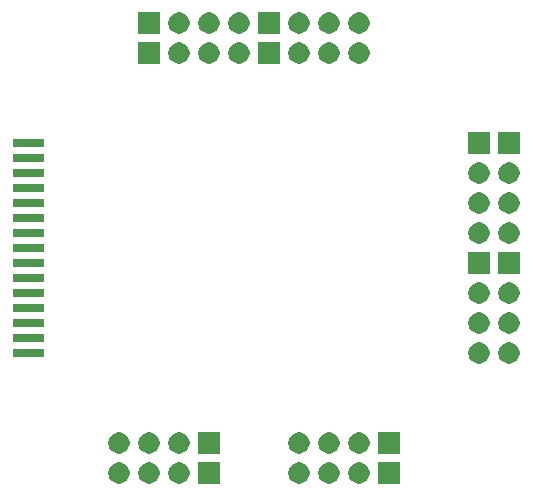
<source format=gbr>
G04 #@! TF.GenerationSoftware,KiCad,Pcbnew,(5.1.5)-3*
G04 #@! TF.CreationDate,2020-01-25T20:30:53+03:00*
G04 #@! TF.ProjectId,Casio PB-1000 Debug Unit,43617369-6f20-4504-922d-313030302044,rev?*
G04 #@! TF.SameCoordinates,Original*
G04 #@! TF.FileFunction,Soldermask,Bot*
G04 #@! TF.FilePolarity,Negative*
%FSLAX46Y46*%
G04 Gerber Fmt 4.6, Leading zero omitted, Abs format (unit mm)*
G04 Created by KiCad (PCBNEW (5.1.5)-3) date 2020-01-25 20:30:53*
%MOMM*%
%LPD*%
G04 APERTURE LIST*
%ADD10C,0.100000*%
G04 APERTURE END LIST*
D10*
G36*
X160921000Y-140601000D02*
G01*
X159119000Y-140601000D01*
X159119000Y-138799000D01*
X160921000Y-138799000D01*
X160921000Y-140601000D01*
G37*
G36*
X157593512Y-138803927D02*
G01*
X157742812Y-138833624D01*
X157906784Y-138901544D01*
X158054354Y-139000147D01*
X158179853Y-139125646D01*
X158278456Y-139273216D01*
X158346376Y-139437188D01*
X158381000Y-139611259D01*
X158381000Y-139788741D01*
X158346376Y-139962812D01*
X158278456Y-140126784D01*
X158179853Y-140274354D01*
X158054354Y-140399853D01*
X157906784Y-140498456D01*
X157742812Y-140566376D01*
X157593512Y-140596073D01*
X157568742Y-140601000D01*
X157391258Y-140601000D01*
X157366488Y-140596073D01*
X157217188Y-140566376D01*
X157053216Y-140498456D01*
X156905646Y-140399853D01*
X156780147Y-140274354D01*
X156681544Y-140126784D01*
X156613624Y-139962812D01*
X156579000Y-139788741D01*
X156579000Y-139611259D01*
X156613624Y-139437188D01*
X156681544Y-139273216D01*
X156780147Y-139125646D01*
X156905646Y-139000147D01*
X157053216Y-138901544D01*
X157217188Y-138833624D01*
X157366488Y-138803927D01*
X157391258Y-138799000D01*
X157568742Y-138799000D01*
X157593512Y-138803927D01*
G37*
G36*
X145681000Y-140601000D02*
G01*
X143879000Y-140601000D01*
X143879000Y-138799000D01*
X145681000Y-138799000D01*
X145681000Y-140601000D01*
G37*
G36*
X142353512Y-138803927D02*
G01*
X142502812Y-138833624D01*
X142666784Y-138901544D01*
X142814354Y-139000147D01*
X142939853Y-139125646D01*
X143038456Y-139273216D01*
X143106376Y-139437188D01*
X143141000Y-139611259D01*
X143141000Y-139788741D01*
X143106376Y-139962812D01*
X143038456Y-140126784D01*
X142939853Y-140274354D01*
X142814354Y-140399853D01*
X142666784Y-140498456D01*
X142502812Y-140566376D01*
X142353512Y-140596073D01*
X142328742Y-140601000D01*
X142151258Y-140601000D01*
X142126488Y-140596073D01*
X141977188Y-140566376D01*
X141813216Y-140498456D01*
X141665646Y-140399853D01*
X141540147Y-140274354D01*
X141441544Y-140126784D01*
X141373624Y-139962812D01*
X141339000Y-139788741D01*
X141339000Y-139611259D01*
X141373624Y-139437188D01*
X141441544Y-139273216D01*
X141540147Y-139125646D01*
X141665646Y-139000147D01*
X141813216Y-138901544D01*
X141977188Y-138833624D01*
X142126488Y-138803927D01*
X142151258Y-138799000D01*
X142328742Y-138799000D01*
X142353512Y-138803927D01*
G37*
G36*
X139813512Y-138803927D02*
G01*
X139962812Y-138833624D01*
X140126784Y-138901544D01*
X140274354Y-139000147D01*
X140399853Y-139125646D01*
X140498456Y-139273216D01*
X140566376Y-139437188D01*
X140601000Y-139611259D01*
X140601000Y-139788741D01*
X140566376Y-139962812D01*
X140498456Y-140126784D01*
X140399853Y-140274354D01*
X140274354Y-140399853D01*
X140126784Y-140498456D01*
X139962812Y-140566376D01*
X139813512Y-140596073D01*
X139788742Y-140601000D01*
X139611258Y-140601000D01*
X139586488Y-140596073D01*
X139437188Y-140566376D01*
X139273216Y-140498456D01*
X139125646Y-140399853D01*
X139000147Y-140274354D01*
X138901544Y-140126784D01*
X138833624Y-139962812D01*
X138799000Y-139788741D01*
X138799000Y-139611259D01*
X138833624Y-139437188D01*
X138901544Y-139273216D01*
X139000147Y-139125646D01*
X139125646Y-139000147D01*
X139273216Y-138901544D01*
X139437188Y-138833624D01*
X139586488Y-138803927D01*
X139611258Y-138799000D01*
X139788742Y-138799000D01*
X139813512Y-138803927D01*
G37*
G36*
X155053512Y-138803927D02*
G01*
X155202812Y-138833624D01*
X155366784Y-138901544D01*
X155514354Y-139000147D01*
X155639853Y-139125646D01*
X155738456Y-139273216D01*
X155806376Y-139437188D01*
X155841000Y-139611259D01*
X155841000Y-139788741D01*
X155806376Y-139962812D01*
X155738456Y-140126784D01*
X155639853Y-140274354D01*
X155514354Y-140399853D01*
X155366784Y-140498456D01*
X155202812Y-140566376D01*
X155053512Y-140596073D01*
X155028742Y-140601000D01*
X154851258Y-140601000D01*
X154826488Y-140596073D01*
X154677188Y-140566376D01*
X154513216Y-140498456D01*
X154365646Y-140399853D01*
X154240147Y-140274354D01*
X154141544Y-140126784D01*
X154073624Y-139962812D01*
X154039000Y-139788741D01*
X154039000Y-139611259D01*
X154073624Y-139437188D01*
X154141544Y-139273216D01*
X154240147Y-139125646D01*
X154365646Y-139000147D01*
X154513216Y-138901544D01*
X154677188Y-138833624D01*
X154826488Y-138803927D01*
X154851258Y-138799000D01*
X155028742Y-138799000D01*
X155053512Y-138803927D01*
G37*
G36*
X152513512Y-138803927D02*
G01*
X152662812Y-138833624D01*
X152826784Y-138901544D01*
X152974354Y-139000147D01*
X153099853Y-139125646D01*
X153198456Y-139273216D01*
X153266376Y-139437188D01*
X153301000Y-139611259D01*
X153301000Y-139788741D01*
X153266376Y-139962812D01*
X153198456Y-140126784D01*
X153099853Y-140274354D01*
X152974354Y-140399853D01*
X152826784Y-140498456D01*
X152662812Y-140566376D01*
X152513512Y-140596073D01*
X152488742Y-140601000D01*
X152311258Y-140601000D01*
X152286488Y-140596073D01*
X152137188Y-140566376D01*
X151973216Y-140498456D01*
X151825646Y-140399853D01*
X151700147Y-140274354D01*
X151601544Y-140126784D01*
X151533624Y-139962812D01*
X151499000Y-139788741D01*
X151499000Y-139611259D01*
X151533624Y-139437188D01*
X151601544Y-139273216D01*
X151700147Y-139125646D01*
X151825646Y-139000147D01*
X151973216Y-138901544D01*
X152137188Y-138833624D01*
X152286488Y-138803927D01*
X152311258Y-138799000D01*
X152488742Y-138799000D01*
X152513512Y-138803927D01*
G37*
G36*
X137273512Y-138803927D02*
G01*
X137422812Y-138833624D01*
X137586784Y-138901544D01*
X137734354Y-139000147D01*
X137859853Y-139125646D01*
X137958456Y-139273216D01*
X138026376Y-139437188D01*
X138061000Y-139611259D01*
X138061000Y-139788741D01*
X138026376Y-139962812D01*
X137958456Y-140126784D01*
X137859853Y-140274354D01*
X137734354Y-140399853D01*
X137586784Y-140498456D01*
X137422812Y-140566376D01*
X137273512Y-140596073D01*
X137248742Y-140601000D01*
X137071258Y-140601000D01*
X137046488Y-140596073D01*
X136897188Y-140566376D01*
X136733216Y-140498456D01*
X136585646Y-140399853D01*
X136460147Y-140274354D01*
X136361544Y-140126784D01*
X136293624Y-139962812D01*
X136259000Y-139788741D01*
X136259000Y-139611259D01*
X136293624Y-139437188D01*
X136361544Y-139273216D01*
X136460147Y-139125646D01*
X136585646Y-139000147D01*
X136733216Y-138901544D01*
X136897188Y-138833624D01*
X137046488Y-138803927D01*
X137071258Y-138799000D01*
X137248742Y-138799000D01*
X137273512Y-138803927D01*
G37*
G36*
X152513512Y-136263927D02*
G01*
X152662812Y-136293624D01*
X152826784Y-136361544D01*
X152974354Y-136460147D01*
X153099853Y-136585646D01*
X153198456Y-136733216D01*
X153266376Y-136897188D01*
X153301000Y-137071259D01*
X153301000Y-137248741D01*
X153266376Y-137422812D01*
X153198456Y-137586784D01*
X153099853Y-137734354D01*
X152974354Y-137859853D01*
X152826784Y-137958456D01*
X152662812Y-138026376D01*
X152513512Y-138056073D01*
X152488742Y-138061000D01*
X152311258Y-138061000D01*
X152286488Y-138056073D01*
X152137188Y-138026376D01*
X151973216Y-137958456D01*
X151825646Y-137859853D01*
X151700147Y-137734354D01*
X151601544Y-137586784D01*
X151533624Y-137422812D01*
X151499000Y-137248741D01*
X151499000Y-137071259D01*
X151533624Y-136897188D01*
X151601544Y-136733216D01*
X151700147Y-136585646D01*
X151825646Y-136460147D01*
X151973216Y-136361544D01*
X152137188Y-136293624D01*
X152286488Y-136263927D01*
X152311258Y-136259000D01*
X152488742Y-136259000D01*
X152513512Y-136263927D01*
G37*
G36*
X160921000Y-138061000D02*
G01*
X159119000Y-138061000D01*
X159119000Y-136259000D01*
X160921000Y-136259000D01*
X160921000Y-138061000D01*
G37*
G36*
X157593512Y-136263927D02*
G01*
X157742812Y-136293624D01*
X157906784Y-136361544D01*
X158054354Y-136460147D01*
X158179853Y-136585646D01*
X158278456Y-136733216D01*
X158346376Y-136897188D01*
X158381000Y-137071259D01*
X158381000Y-137248741D01*
X158346376Y-137422812D01*
X158278456Y-137586784D01*
X158179853Y-137734354D01*
X158054354Y-137859853D01*
X157906784Y-137958456D01*
X157742812Y-138026376D01*
X157593512Y-138056073D01*
X157568742Y-138061000D01*
X157391258Y-138061000D01*
X157366488Y-138056073D01*
X157217188Y-138026376D01*
X157053216Y-137958456D01*
X156905646Y-137859853D01*
X156780147Y-137734354D01*
X156681544Y-137586784D01*
X156613624Y-137422812D01*
X156579000Y-137248741D01*
X156579000Y-137071259D01*
X156613624Y-136897188D01*
X156681544Y-136733216D01*
X156780147Y-136585646D01*
X156905646Y-136460147D01*
X157053216Y-136361544D01*
X157217188Y-136293624D01*
X157366488Y-136263927D01*
X157391258Y-136259000D01*
X157568742Y-136259000D01*
X157593512Y-136263927D01*
G37*
G36*
X137273512Y-136263927D02*
G01*
X137422812Y-136293624D01*
X137586784Y-136361544D01*
X137734354Y-136460147D01*
X137859853Y-136585646D01*
X137958456Y-136733216D01*
X138026376Y-136897188D01*
X138061000Y-137071259D01*
X138061000Y-137248741D01*
X138026376Y-137422812D01*
X137958456Y-137586784D01*
X137859853Y-137734354D01*
X137734354Y-137859853D01*
X137586784Y-137958456D01*
X137422812Y-138026376D01*
X137273512Y-138056073D01*
X137248742Y-138061000D01*
X137071258Y-138061000D01*
X137046488Y-138056073D01*
X136897188Y-138026376D01*
X136733216Y-137958456D01*
X136585646Y-137859853D01*
X136460147Y-137734354D01*
X136361544Y-137586784D01*
X136293624Y-137422812D01*
X136259000Y-137248741D01*
X136259000Y-137071259D01*
X136293624Y-136897188D01*
X136361544Y-136733216D01*
X136460147Y-136585646D01*
X136585646Y-136460147D01*
X136733216Y-136361544D01*
X136897188Y-136293624D01*
X137046488Y-136263927D01*
X137071258Y-136259000D01*
X137248742Y-136259000D01*
X137273512Y-136263927D01*
G37*
G36*
X139813512Y-136263927D02*
G01*
X139962812Y-136293624D01*
X140126784Y-136361544D01*
X140274354Y-136460147D01*
X140399853Y-136585646D01*
X140498456Y-136733216D01*
X140566376Y-136897188D01*
X140601000Y-137071259D01*
X140601000Y-137248741D01*
X140566376Y-137422812D01*
X140498456Y-137586784D01*
X140399853Y-137734354D01*
X140274354Y-137859853D01*
X140126784Y-137958456D01*
X139962812Y-138026376D01*
X139813512Y-138056073D01*
X139788742Y-138061000D01*
X139611258Y-138061000D01*
X139586488Y-138056073D01*
X139437188Y-138026376D01*
X139273216Y-137958456D01*
X139125646Y-137859853D01*
X139000147Y-137734354D01*
X138901544Y-137586784D01*
X138833624Y-137422812D01*
X138799000Y-137248741D01*
X138799000Y-137071259D01*
X138833624Y-136897188D01*
X138901544Y-136733216D01*
X139000147Y-136585646D01*
X139125646Y-136460147D01*
X139273216Y-136361544D01*
X139437188Y-136293624D01*
X139586488Y-136263927D01*
X139611258Y-136259000D01*
X139788742Y-136259000D01*
X139813512Y-136263927D01*
G37*
G36*
X142353512Y-136263927D02*
G01*
X142502812Y-136293624D01*
X142666784Y-136361544D01*
X142814354Y-136460147D01*
X142939853Y-136585646D01*
X143038456Y-136733216D01*
X143106376Y-136897188D01*
X143141000Y-137071259D01*
X143141000Y-137248741D01*
X143106376Y-137422812D01*
X143038456Y-137586784D01*
X142939853Y-137734354D01*
X142814354Y-137859853D01*
X142666784Y-137958456D01*
X142502812Y-138026376D01*
X142353512Y-138056073D01*
X142328742Y-138061000D01*
X142151258Y-138061000D01*
X142126488Y-138056073D01*
X141977188Y-138026376D01*
X141813216Y-137958456D01*
X141665646Y-137859853D01*
X141540147Y-137734354D01*
X141441544Y-137586784D01*
X141373624Y-137422812D01*
X141339000Y-137248741D01*
X141339000Y-137071259D01*
X141373624Y-136897188D01*
X141441544Y-136733216D01*
X141540147Y-136585646D01*
X141665646Y-136460147D01*
X141813216Y-136361544D01*
X141977188Y-136293624D01*
X142126488Y-136263927D01*
X142151258Y-136259000D01*
X142328742Y-136259000D01*
X142353512Y-136263927D01*
G37*
G36*
X145681000Y-138061000D02*
G01*
X143879000Y-138061000D01*
X143879000Y-136259000D01*
X145681000Y-136259000D01*
X145681000Y-138061000D01*
G37*
G36*
X155053512Y-136263927D02*
G01*
X155202812Y-136293624D01*
X155366784Y-136361544D01*
X155514354Y-136460147D01*
X155639853Y-136585646D01*
X155738456Y-136733216D01*
X155806376Y-136897188D01*
X155841000Y-137071259D01*
X155841000Y-137248741D01*
X155806376Y-137422812D01*
X155738456Y-137586784D01*
X155639853Y-137734354D01*
X155514354Y-137859853D01*
X155366784Y-137958456D01*
X155202812Y-138026376D01*
X155053512Y-138056073D01*
X155028742Y-138061000D01*
X154851258Y-138061000D01*
X154826488Y-138056073D01*
X154677188Y-138026376D01*
X154513216Y-137958456D01*
X154365646Y-137859853D01*
X154240147Y-137734354D01*
X154141544Y-137586784D01*
X154073624Y-137422812D01*
X154039000Y-137248741D01*
X154039000Y-137071259D01*
X154073624Y-136897188D01*
X154141544Y-136733216D01*
X154240147Y-136585646D01*
X154365646Y-136460147D01*
X154513216Y-136361544D01*
X154677188Y-136293624D01*
X154826488Y-136263927D01*
X154851258Y-136259000D01*
X155028742Y-136259000D01*
X155053512Y-136263927D01*
G37*
G36*
X170293512Y-128643927D02*
G01*
X170442812Y-128673624D01*
X170606784Y-128741544D01*
X170754354Y-128840147D01*
X170879853Y-128965646D01*
X170978456Y-129113216D01*
X171046376Y-129277188D01*
X171081000Y-129451259D01*
X171081000Y-129628741D01*
X171046376Y-129802812D01*
X170978456Y-129966784D01*
X170879853Y-130114354D01*
X170754354Y-130239853D01*
X170606784Y-130338456D01*
X170442812Y-130406376D01*
X170293512Y-130436073D01*
X170268742Y-130441000D01*
X170091258Y-130441000D01*
X170066488Y-130436073D01*
X169917188Y-130406376D01*
X169753216Y-130338456D01*
X169605646Y-130239853D01*
X169480147Y-130114354D01*
X169381544Y-129966784D01*
X169313624Y-129802812D01*
X169279000Y-129628741D01*
X169279000Y-129451259D01*
X169313624Y-129277188D01*
X169381544Y-129113216D01*
X169480147Y-128965646D01*
X169605646Y-128840147D01*
X169753216Y-128741544D01*
X169917188Y-128673624D01*
X170066488Y-128643927D01*
X170091258Y-128639000D01*
X170268742Y-128639000D01*
X170293512Y-128643927D01*
G37*
G36*
X167753512Y-128643927D02*
G01*
X167902812Y-128673624D01*
X168066784Y-128741544D01*
X168214354Y-128840147D01*
X168339853Y-128965646D01*
X168438456Y-129113216D01*
X168506376Y-129277188D01*
X168541000Y-129451259D01*
X168541000Y-129628741D01*
X168506376Y-129802812D01*
X168438456Y-129966784D01*
X168339853Y-130114354D01*
X168214354Y-130239853D01*
X168066784Y-130338456D01*
X167902812Y-130406376D01*
X167753512Y-130436073D01*
X167728742Y-130441000D01*
X167551258Y-130441000D01*
X167526488Y-130436073D01*
X167377188Y-130406376D01*
X167213216Y-130338456D01*
X167065646Y-130239853D01*
X166940147Y-130114354D01*
X166841544Y-129966784D01*
X166773624Y-129802812D01*
X166739000Y-129628741D01*
X166739000Y-129451259D01*
X166773624Y-129277188D01*
X166841544Y-129113216D01*
X166940147Y-128965646D01*
X167065646Y-128840147D01*
X167213216Y-128741544D01*
X167377188Y-128673624D01*
X167526488Y-128643927D01*
X167551258Y-128639000D01*
X167728742Y-128639000D01*
X167753512Y-128643927D01*
G37*
G36*
X130861000Y-129891000D02*
G01*
X128219000Y-129891000D01*
X128219000Y-129189000D01*
X130861000Y-129189000D01*
X130861000Y-129891000D01*
G37*
G36*
X130861000Y-128621000D02*
G01*
X128219000Y-128621000D01*
X128219000Y-127919000D01*
X130861000Y-127919000D01*
X130861000Y-128621000D01*
G37*
G36*
X170293512Y-126103927D02*
G01*
X170442812Y-126133624D01*
X170606784Y-126201544D01*
X170754354Y-126300147D01*
X170879853Y-126425646D01*
X170978456Y-126573216D01*
X171046376Y-126737188D01*
X171081000Y-126911259D01*
X171081000Y-127088741D01*
X171046376Y-127262812D01*
X170978456Y-127426784D01*
X170879853Y-127574354D01*
X170754354Y-127699853D01*
X170606784Y-127798456D01*
X170442812Y-127866376D01*
X170293512Y-127896073D01*
X170268742Y-127901000D01*
X170091258Y-127901000D01*
X170066488Y-127896073D01*
X169917188Y-127866376D01*
X169753216Y-127798456D01*
X169605646Y-127699853D01*
X169480147Y-127574354D01*
X169381544Y-127426784D01*
X169313624Y-127262812D01*
X169279000Y-127088741D01*
X169279000Y-126911259D01*
X169313624Y-126737188D01*
X169381544Y-126573216D01*
X169480147Y-126425646D01*
X169605646Y-126300147D01*
X169753216Y-126201544D01*
X169917188Y-126133624D01*
X170066488Y-126103927D01*
X170091258Y-126099000D01*
X170268742Y-126099000D01*
X170293512Y-126103927D01*
G37*
G36*
X167753512Y-126103927D02*
G01*
X167902812Y-126133624D01*
X168066784Y-126201544D01*
X168214354Y-126300147D01*
X168339853Y-126425646D01*
X168438456Y-126573216D01*
X168506376Y-126737188D01*
X168541000Y-126911259D01*
X168541000Y-127088741D01*
X168506376Y-127262812D01*
X168438456Y-127426784D01*
X168339853Y-127574354D01*
X168214354Y-127699853D01*
X168066784Y-127798456D01*
X167902812Y-127866376D01*
X167753512Y-127896073D01*
X167728742Y-127901000D01*
X167551258Y-127901000D01*
X167526488Y-127896073D01*
X167377188Y-127866376D01*
X167213216Y-127798456D01*
X167065646Y-127699853D01*
X166940147Y-127574354D01*
X166841544Y-127426784D01*
X166773624Y-127262812D01*
X166739000Y-127088741D01*
X166739000Y-126911259D01*
X166773624Y-126737188D01*
X166841544Y-126573216D01*
X166940147Y-126425646D01*
X167065646Y-126300147D01*
X167213216Y-126201544D01*
X167377188Y-126133624D01*
X167526488Y-126103927D01*
X167551258Y-126099000D01*
X167728742Y-126099000D01*
X167753512Y-126103927D01*
G37*
G36*
X130861000Y-127351000D02*
G01*
X128219000Y-127351000D01*
X128219000Y-126649000D01*
X130861000Y-126649000D01*
X130861000Y-127351000D01*
G37*
G36*
X130861000Y-126081000D02*
G01*
X128219000Y-126081000D01*
X128219000Y-125379000D01*
X130861000Y-125379000D01*
X130861000Y-126081000D01*
G37*
G36*
X167753512Y-123563927D02*
G01*
X167902812Y-123593624D01*
X168066784Y-123661544D01*
X168214354Y-123760147D01*
X168339853Y-123885646D01*
X168438456Y-124033216D01*
X168506376Y-124197188D01*
X168541000Y-124371259D01*
X168541000Y-124548741D01*
X168506376Y-124722812D01*
X168438456Y-124886784D01*
X168339853Y-125034354D01*
X168214354Y-125159853D01*
X168066784Y-125258456D01*
X167902812Y-125326376D01*
X167753512Y-125356073D01*
X167728742Y-125361000D01*
X167551258Y-125361000D01*
X167526488Y-125356073D01*
X167377188Y-125326376D01*
X167213216Y-125258456D01*
X167065646Y-125159853D01*
X166940147Y-125034354D01*
X166841544Y-124886784D01*
X166773624Y-124722812D01*
X166739000Y-124548741D01*
X166739000Y-124371259D01*
X166773624Y-124197188D01*
X166841544Y-124033216D01*
X166940147Y-123885646D01*
X167065646Y-123760147D01*
X167213216Y-123661544D01*
X167377188Y-123593624D01*
X167526488Y-123563927D01*
X167551258Y-123559000D01*
X167728742Y-123559000D01*
X167753512Y-123563927D01*
G37*
G36*
X170293512Y-123563927D02*
G01*
X170442812Y-123593624D01*
X170606784Y-123661544D01*
X170754354Y-123760147D01*
X170879853Y-123885646D01*
X170978456Y-124033216D01*
X171046376Y-124197188D01*
X171081000Y-124371259D01*
X171081000Y-124548741D01*
X171046376Y-124722812D01*
X170978456Y-124886784D01*
X170879853Y-125034354D01*
X170754354Y-125159853D01*
X170606784Y-125258456D01*
X170442812Y-125326376D01*
X170293512Y-125356073D01*
X170268742Y-125361000D01*
X170091258Y-125361000D01*
X170066488Y-125356073D01*
X169917188Y-125326376D01*
X169753216Y-125258456D01*
X169605646Y-125159853D01*
X169480147Y-125034354D01*
X169381544Y-124886784D01*
X169313624Y-124722812D01*
X169279000Y-124548741D01*
X169279000Y-124371259D01*
X169313624Y-124197188D01*
X169381544Y-124033216D01*
X169480147Y-123885646D01*
X169605646Y-123760147D01*
X169753216Y-123661544D01*
X169917188Y-123593624D01*
X170066488Y-123563927D01*
X170091258Y-123559000D01*
X170268742Y-123559000D01*
X170293512Y-123563927D01*
G37*
G36*
X130861000Y-124811000D02*
G01*
X128219000Y-124811000D01*
X128219000Y-124109000D01*
X130861000Y-124109000D01*
X130861000Y-124811000D01*
G37*
G36*
X130861000Y-123541000D02*
G01*
X128219000Y-123541000D01*
X128219000Y-122839000D01*
X130861000Y-122839000D01*
X130861000Y-123541000D01*
G37*
G36*
X171081000Y-122821000D02*
G01*
X169279000Y-122821000D01*
X169279000Y-121019000D01*
X171081000Y-121019000D01*
X171081000Y-122821000D01*
G37*
G36*
X168541000Y-122821000D02*
G01*
X166739000Y-122821000D01*
X166739000Y-121019000D01*
X168541000Y-121019000D01*
X168541000Y-122821000D01*
G37*
G36*
X130861000Y-122271000D02*
G01*
X128219000Y-122271000D01*
X128219000Y-121569000D01*
X130861000Y-121569000D01*
X130861000Y-122271000D01*
G37*
G36*
X130861000Y-121001000D02*
G01*
X128219000Y-121001000D01*
X128219000Y-120299000D01*
X130861000Y-120299000D01*
X130861000Y-121001000D01*
G37*
G36*
X170293512Y-118483927D02*
G01*
X170442812Y-118513624D01*
X170606784Y-118581544D01*
X170754354Y-118680147D01*
X170879853Y-118805646D01*
X170978456Y-118953216D01*
X171046376Y-119117188D01*
X171081000Y-119291259D01*
X171081000Y-119468741D01*
X171046376Y-119642812D01*
X170978456Y-119806784D01*
X170879853Y-119954354D01*
X170754354Y-120079853D01*
X170606784Y-120178456D01*
X170442812Y-120246376D01*
X170293512Y-120276073D01*
X170268742Y-120281000D01*
X170091258Y-120281000D01*
X170066488Y-120276073D01*
X169917188Y-120246376D01*
X169753216Y-120178456D01*
X169605646Y-120079853D01*
X169480147Y-119954354D01*
X169381544Y-119806784D01*
X169313624Y-119642812D01*
X169279000Y-119468741D01*
X169279000Y-119291259D01*
X169313624Y-119117188D01*
X169381544Y-118953216D01*
X169480147Y-118805646D01*
X169605646Y-118680147D01*
X169753216Y-118581544D01*
X169917188Y-118513624D01*
X170066488Y-118483927D01*
X170091258Y-118479000D01*
X170268742Y-118479000D01*
X170293512Y-118483927D01*
G37*
G36*
X167753512Y-118483927D02*
G01*
X167902812Y-118513624D01*
X168066784Y-118581544D01*
X168214354Y-118680147D01*
X168339853Y-118805646D01*
X168438456Y-118953216D01*
X168506376Y-119117188D01*
X168541000Y-119291259D01*
X168541000Y-119468741D01*
X168506376Y-119642812D01*
X168438456Y-119806784D01*
X168339853Y-119954354D01*
X168214354Y-120079853D01*
X168066784Y-120178456D01*
X167902812Y-120246376D01*
X167753512Y-120276073D01*
X167728742Y-120281000D01*
X167551258Y-120281000D01*
X167526488Y-120276073D01*
X167377188Y-120246376D01*
X167213216Y-120178456D01*
X167065646Y-120079853D01*
X166940147Y-119954354D01*
X166841544Y-119806784D01*
X166773624Y-119642812D01*
X166739000Y-119468741D01*
X166739000Y-119291259D01*
X166773624Y-119117188D01*
X166841544Y-118953216D01*
X166940147Y-118805646D01*
X167065646Y-118680147D01*
X167213216Y-118581544D01*
X167377188Y-118513624D01*
X167526488Y-118483927D01*
X167551258Y-118479000D01*
X167728742Y-118479000D01*
X167753512Y-118483927D01*
G37*
G36*
X130861000Y-119731000D02*
G01*
X128219000Y-119731000D01*
X128219000Y-119029000D01*
X130861000Y-119029000D01*
X130861000Y-119731000D01*
G37*
G36*
X130861000Y-118461000D02*
G01*
X128219000Y-118461000D01*
X128219000Y-117759000D01*
X130861000Y-117759000D01*
X130861000Y-118461000D01*
G37*
G36*
X170293512Y-115943927D02*
G01*
X170442812Y-115973624D01*
X170606784Y-116041544D01*
X170754354Y-116140147D01*
X170879853Y-116265646D01*
X170978456Y-116413216D01*
X171046376Y-116577188D01*
X171081000Y-116751259D01*
X171081000Y-116928741D01*
X171046376Y-117102812D01*
X170978456Y-117266784D01*
X170879853Y-117414354D01*
X170754354Y-117539853D01*
X170606784Y-117638456D01*
X170442812Y-117706376D01*
X170293512Y-117736073D01*
X170268742Y-117741000D01*
X170091258Y-117741000D01*
X170066488Y-117736073D01*
X169917188Y-117706376D01*
X169753216Y-117638456D01*
X169605646Y-117539853D01*
X169480147Y-117414354D01*
X169381544Y-117266784D01*
X169313624Y-117102812D01*
X169279000Y-116928741D01*
X169279000Y-116751259D01*
X169313624Y-116577188D01*
X169381544Y-116413216D01*
X169480147Y-116265646D01*
X169605646Y-116140147D01*
X169753216Y-116041544D01*
X169917188Y-115973624D01*
X170066488Y-115943927D01*
X170091258Y-115939000D01*
X170268742Y-115939000D01*
X170293512Y-115943927D01*
G37*
G36*
X167753512Y-115943927D02*
G01*
X167902812Y-115973624D01*
X168066784Y-116041544D01*
X168214354Y-116140147D01*
X168339853Y-116265646D01*
X168438456Y-116413216D01*
X168506376Y-116577188D01*
X168541000Y-116751259D01*
X168541000Y-116928741D01*
X168506376Y-117102812D01*
X168438456Y-117266784D01*
X168339853Y-117414354D01*
X168214354Y-117539853D01*
X168066784Y-117638456D01*
X167902812Y-117706376D01*
X167753512Y-117736073D01*
X167728742Y-117741000D01*
X167551258Y-117741000D01*
X167526488Y-117736073D01*
X167377188Y-117706376D01*
X167213216Y-117638456D01*
X167065646Y-117539853D01*
X166940147Y-117414354D01*
X166841544Y-117266784D01*
X166773624Y-117102812D01*
X166739000Y-116928741D01*
X166739000Y-116751259D01*
X166773624Y-116577188D01*
X166841544Y-116413216D01*
X166940147Y-116265646D01*
X167065646Y-116140147D01*
X167213216Y-116041544D01*
X167377188Y-115973624D01*
X167526488Y-115943927D01*
X167551258Y-115939000D01*
X167728742Y-115939000D01*
X167753512Y-115943927D01*
G37*
G36*
X130861000Y-117191000D02*
G01*
X128219000Y-117191000D01*
X128219000Y-116489000D01*
X130861000Y-116489000D01*
X130861000Y-117191000D01*
G37*
G36*
X130861000Y-115921000D02*
G01*
X128219000Y-115921000D01*
X128219000Y-115219000D01*
X130861000Y-115219000D01*
X130861000Y-115921000D01*
G37*
G36*
X167753512Y-113403927D02*
G01*
X167902812Y-113433624D01*
X168066784Y-113501544D01*
X168214354Y-113600147D01*
X168339853Y-113725646D01*
X168438456Y-113873216D01*
X168506376Y-114037188D01*
X168541000Y-114211259D01*
X168541000Y-114388741D01*
X168506376Y-114562812D01*
X168438456Y-114726784D01*
X168339853Y-114874354D01*
X168214354Y-114999853D01*
X168066784Y-115098456D01*
X167902812Y-115166376D01*
X167753512Y-115196073D01*
X167728742Y-115201000D01*
X167551258Y-115201000D01*
X167526488Y-115196073D01*
X167377188Y-115166376D01*
X167213216Y-115098456D01*
X167065646Y-114999853D01*
X166940147Y-114874354D01*
X166841544Y-114726784D01*
X166773624Y-114562812D01*
X166739000Y-114388741D01*
X166739000Y-114211259D01*
X166773624Y-114037188D01*
X166841544Y-113873216D01*
X166940147Y-113725646D01*
X167065646Y-113600147D01*
X167213216Y-113501544D01*
X167377188Y-113433624D01*
X167526488Y-113403927D01*
X167551258Y-113399000D01*
X167728742Y-113399000D01*
X167753512Y-113403927D01*
G37*
G36*
X170293512Y-113403927D02*
G01*
X170442812Y-113433624D01*
X170606784Y-113501544D01*
X170754354Y-113600147D01*
X170879853Y-113725646D01*
X170978456Y-113873216D01*
X171046376Y-114037188D01*
X171081000Y-114211259D01*
X171081000Y-114388741D01*
X171046376Y-114562812D01*
X170978456Y-114726784D01*
X170879853Y-114874354D01*
X170754354Y-114999853D01*
X170606784Y-115098456D01*
X170442812Y-115166376D01*
X170293512Y-115196073D01*
X170268742Y-115201000D01*
X170091258Y-115201000D01*
X170066488Y-115196073D01*
X169917188Y-115166376D01*
X169753216Y-115098456D01*
X169605646Y-114999853D01*
X169480147Y-114874354D01*
X169381544Y-114726784D01*
X169313624Y-114562812D01*
X169279000Y-114388741D01*
X169279000Y-114211259D01*
X169313624Y-114037188D01*
X169381544Y-113873216D01*
X169480147Y-113725646D01*
X169605646Y-113600147D01*
X169753216Y-113501544D01*
X169917188Y-113433624D01*
X170066488Y-113403927D01*
X170091258Y-113399000D01*
X170268742Y-113399000D01*
X170293512Y-113403927D01*
G37*
G36*
X130861000Y-114651000D02*
G01*
X128219000Y-114651000D01*
X128219000Y-113949000D01*
X130861000Y-113949000D01*
X130861000Y-114651000D01*
G37*
G36*
X130861000Y-113381000D02*
G01*
X128219000Y-113381000D01*
X128219000Y-112679000D01*
X130861000Y-112679000D01*
X130861000Y-113381000D01*
G37*
G36*
X168541000Y-112661000D02*
G01*
X166739000Y-112661000D01*
X166739000Y-110859000D01*
X168541000Y-110859000D01*
X168541000Y-112661000D01*
G37*
G36*
X171081000Y-112661000D02*
G01*
X169279000Y-112661000D01*
X169279000Y-110859000D01*
X171081000Y-110859000D01*
X171081000Y-112661000D01*
G37*
G36*
X130861000Y-112111000D02*
G01*
X128219000Y-112111000D01*
X128219000Y-111409000D01*
X130861000Y-111409000D01*
X130861000Y-112111000D01*
G37*
G36*
X144893512Y-103243927D02*
G01*
X145042812Y-103273624D01*
X145206784Y-103341544D01*
X145354354Y-103440147D01*
X145479853Y-103565646D01*
X145578456Y-103713216D01*
X145646376Y-103877188D01*
X145681000Y-104051259D01*
X145681000Y-104228741D01*
X145646376Y-104402812D01*
X145578456Y-104566784D01*
X145479853Y-104714354D01*
X145354354Y-104839853D01*
X145206784Y-104938456D01*
X145042812Y-105006376D01*
X144893512Y-105036073D01*
X144868742Y-105041000D01*
X144691258Y-105041000D01*
X144666488Y-105036073D01*
X144517188Y-105006376D01*
X144353216Y-104938456D01*
X144205646Y-104839853D01*
X144080147Y-104714354D01*
X143981544Y-104566784D01*
X143913624Y-104402812D01*
X143879000Y-104228741D01*
X143879000Y-104051259D01*
X143913624Y-103877188D01*
X143981544Y-103713216D01*
X144080147Y-103565646D01*
X144205646Y-103440147D01*
X144353216Y-103341544D01*
X144517188Y-103273624D01*
X144666488Y-103243927D01*
X144691258Y-103239000D01*
X144868742Y-103239000D01*
X144893512Y-103243927D01*
G37*
G36*
X142353512Y-103243927D02*
G01*
X142502812Y-103273624D01*
X142666784Y-103341544D01*
X142814354Y-103440147D01*
X142939853Y-103565646D01*
X143038456Y-103713216D01*
X143106376Y-103877188D01*
X143141000Y-104051259D01*
X143141000Y-104228741D01*
X143106376Y-104402812D01*
X143038456Y-104566784D01*
X142939853Y-104714354D01*
X142814354Y-104839853D01*
X142666784Y-104938456D01*
X142502812Y-105006376D01*
X142353512Y-105036073D01*
X142328742Y-105041000D01*
X142151258Y-105041000D01*
X142126488Y-105036073D01*
X141977188Y-105006376D01*
X141813216Y-104938456D01*
X141665646Y-104839853D01*
X141540147Y-104714354D01*
X141441544Y-104566784D01*
X141373624Y-104402812D01*
X141339000Y-104228741D01*
X141339000Y-104051259D01*
X141373624Y-103877188D01*
X141441544Y-103713216D01*
X141540147Y-103565646D01*
X141665646Y-103440147D01*
X141813216Y-103341544D01*
X141977188Y-103273624D01*
X142126488Y-103243927D01*
X142151258Y-103239000D01*
X142328742Y-103239000D01*
X142353512Y-103243927D01*
G37*
G36*
X140601000Y-105041000D02*
G01*
X138799000Y-105041000D01*
X138799000Y-103239000D01*
X140601000Y-103239000D01*
X140601000Y-105041000D01*
G37*
G36*
X147433512Y-103243927D02*
G01*
X147582812Y-103273624D01*
X147746784Y-103341544D01*
X147894354Y-103440147D01*
X148019853Y-103565646D01*
X148118456Y-103713216D01*
X148186376Y-103877188D01*
X148221000Y-104051259D01*
X148221000Y-104228741D01*
X148186376Y-104402812D01*
X148118456Y-104566784D01*
X148019853Y-104714354D01*
X147894354Y-104839853D01*
X147746784Y-104938456D01*
X147582812Y-105006376D01*
X147433512Y-105036073D01*
X147408742Y-105041000D01*
X147231258Y-105041000D01*
X147206488Y-105036073D01*
X147057188Y-105006376D01*
X146893216Y-104938456D01*
X146745646Y-104839853D01*
X146620147Y-104714354D01*
X146521544Y-104566784D01*
X146453624Y-104402812D01*
X146419000Y-104228741D01*
X146419000Y-104051259D01*
X146453624Y-103877188D01*
X146521544Y-103713216D01*
X146620147Y-103565646D01*
X146745646Y-103440147D01*
X146893216Y-103341544D01*
X147057188Y-103273624D01*
X147206488Y-103243927D01*
X147231258Y-103239000D01*
X147408742Y-103239000D01*
X147433512Y-103243927D01*
G37*
G36*
X150761000Y-105041000D02*
G01*
X148959000Y-105041000D01*
X148959000Y-103239000D01*
X150761000Y-103239000D01*
X150761000Y-105041000D01*
G37*
G36*
X152513512Y-103243927D02*
G01*
X152662812Y-103273624D01*
X152826784Y-103341544D01*
X152974354Y-103440147D01*
X153099853Y-103565646D01*
X153198456Y-103713216D01*
X153266376Y-103877188D01*
X153301000Y-104051259D01*
X153301000Y-104228741D01*
X153266376Y-104402812D01*
X153198456Y-104566784D01*
X153099853Y-104714354D01*
X152974354Y-104839853D01*
X152826784Y-104938456D01*
X152662812Y-105006376D01*
X152513512Y-105036073D01*
X152488742Y-105041000D01*
X152311258Y-105041000D01*
X152286488Y-105036073D01*
X152137188Y-105006376D01*
X151973216Y-104938456D01*
X151825646Y-104839853D01*
X151700147Y-104714354D01*
X151601544Y-104566784D01*
X151533624Y-104402812D01*
X151499000Y-104228741D01*
X151499000Y-104051259D01*
X151533624Y-103877188D01*
X151601544Y-103713216D01*
X151700147Y-103565646D01*
X151825646Y-103440147D01*
X151973216Y-103341544D01*
X152137188Y-103273624D01*
X152286488Y-103243927D01*
X152311258Y-103239000D01*
X152488742Y-103239000D01*
X152513512Y-103243927D01*
G37*
G36*
X155053512Y-103243927D02*
G01*
X155202812Y-103273624D01*
X155366784Y-103341544D01*
X155514354Y-103440147D01*
X155639853Y-103565646D01*
X155738456Y-103713216D01*
X155806376Y-103877188D01*
X155841000Y-104051259D01*
X155841000Y-104228741D01*
X155806376Y-104402812D01*
X155738456Y-104566784D01*
X155639853Y-104714354D01*
X155514354Y-104839853D01*
X155366784Y-104938456D01*
X155202812Y-105006376D01*
X155053512Y-105036073D01*
X155028742Y-105041000D01*
X154851258Y-105041000D01*
X154826488Y-105036073D01*
X154677188Y-105006376D01*
X154513216Y-104938456D01*
X154365646Y-104839853D01*
X154240147Y-104714354D01*
X154141544Y-104566784D01*
X154073624Y-104402812D01*
X154039000Y-104228741D01*
X154039000Y-104051259D01*
X154073624Y-103877188D01*
X154141544Y-103713216D01*
X154240147Y-103565646D01*
X154365646Y-103440147D01*
X154513216Y-103341544D01*
X154677188Y-103273624D01*
X154826488Y-103243927D01*
X154851258Y-103239000D01*
X155028742Y-103239000D01*
X155053512Y-103243927D01*
G37*
G36*
X157593512Y-103243927D02*
G01*
X157742812Y-103273624D01*
X157906784Y-103341544D01*
X158054354Y-103440147D01*
X158179853Y-103565646D01*
X158278456Y-103713216D01*
X158346376Y-103877188D01*
X158381000Y-104051259D01*
X158381000Y-104228741D01*
X158346376Y-104402812D01*
X158278456Y-104566784D01*
X158179853Y-104714354D01*
X158054354Y-104839853D01*
X157906784Y-104938456D01*
X157742812Y-105006376D01*
X157593512Y-105036073D01*
X157568742Y-105041000D01*
X157391258Y-105041000D01*
X157366488Y-105036073D01*
X157217188Y-105006376D01*
X157053216Y-104938456D01*
X156905646Y-104839853D01*
X156780147Y-104714354D01*
X156681544Y-104566784D01*
X156613624Y-104402812D01*
X156579000Y-104228741D01*
X156579000Y-104051259D01*
X156613624Y-103877188D01*
X156681544Y-103713216D01*
X156780147Y-103565646D01*
X156905646Y-103440147D01*
X157053216Y-103341544D01*
X157217188Y-103273624D01*
X157366488Y-103243927D01*
X157391258Y-103239000D01*
X157568742Y-103239000D01*
X157593512Y-103243927D01*
G37*
G36*
X152513512Y-100703927D02*
G01*
X152662812Y-100733624D01*
X152826784Y-100801544D01*
X152974354Y-100900147D01*
X153099853Y-101025646D01*
X153198456Y-101173216D01*
X153266376Y-101337188D01*
X153301000Y-101511259D01*
X153301000Y-101688741D01*
X153266376Y-101862812D01*
X153198456Y-102026784D01*
X153099853Y-102174354D01*
X152974354Y-102299853D01*
X152826784Y-102398456D01*
X152662812Y-102466376D01*
X152513512Y-102496073D01*
X152488742Y-102501000D01*
X152311258Y-102501000D01*
X152286488Y-102496073D01*
X152137188Y-102466376D01*
X151973216Y-102398456D01*
X151825646Y-102299853D01*
X151700147Y-102174354D01*
X151601544Y-102026784D01*
X151533624Y-101862812D01*
X151499000Y-101688741D01*
X151499000Y-101511259D01*
X151533624Y-101337188D01*
X151601544Y-101173216D01*
X151700147Y-101025646D01*
X151825646Y-100900147D01*
X151973216Y-100801544D01*
X152137188Y-100733624D01*
X152286488Y-100703927D01*
X152311258Y-100699000D01*
X152488742Y-100699000D01*
X152513512Y-100703927D01*
G37*
G36*
X140601000Y-102501000D02*
G01*
X138799000Y-102501000D01*
X138799000Y-100699000D01*
X140601000Y-100699000D01*
X140601000Y-102501000D01*
G37*
G36*
X155053512Y-100703927D02*
G01*
X155202812Y-100733624D01*
X155366784Y-100801544D01*
X155514354Y-100900147D01*
X155639853Y-101025646D01*
X155738456Y-101173216D01*
X155806376Y-101337188D01*
X155841000Y-101511259D01*
X155841000Y-101688741D01*
X155806376Y-101862812D01*
X155738456Y-102026784D01*
X155639853Y-102174354D01*
X155514354Y-102299853D01*
X155366784Y-102398456D01*
X155202812Y-102466376D01*
X155053512Y-102496073D01*
X155028742Y-102501000D01*
X154851258Y-102501000D01*
X154826488Y-102496073D01*
X154677188Y-102466376D01*
X154513216Y-102398456D01*
X154365646Y-102299853D01*
X154240147Y-102174354D01*
X154141544Y-102026784D01*
X154073624Y-101862812D01*
X154039000Y-101688741D01*
X154039000Y-101511259D01*
X154073624Y-101337188D01*
X154141544Y-101173216D01*
X154240147Y-101025646D01*
X154365646Y-100900147D01*
X154513216Y-100801544D01*
X154677188Y-100733624D01*
X154826488Y-100703927D01*
X154851258Y-100699000D01*
X155028742Y-100699000D01*
X155053512Y-100703927D01*
G37*
G36*
X157593512Y-100703927D02*
G01*
X157742812Y-100733624D01*
X157906784Y-100801544D01*
X158054354Y-100900147D01*
X158179853Y-101025646D01*
X158278456Y-101173216D01*
X158346376Y-101337188D01*
X158381000Y-101511259D01*
X158381000Y-101688741D01*
X158346376Y-101862812D01*
X158278456Y-102026784D01*
X158179853Y-102174354D01*
X158054354Y-102299853D01*
X157906784Y-102398456D01*
X157742812Y-102466376D01*
X157593512Y-102496073D01*
X157568742Y-102501000D01*
X157391258Y-102501000D01*
X157366488Y-102496073D01*
X157217188Y-102466376D01*
X157053216Y-102398456D01*
X156905646Y-102299853D01*
X156780147Y-102174354D01*
X156681544Y-102026784D01*
X156613624Y-101862812D01*
X156579000Y-101688741D01*
X156579000Y-101511259D01*
X156613624Y-101337188D01*
X156681544Y-101173216D01*
X156780147Y-101025646D01*
X156905646Y-100900147D01*
X157053216Y-100801544D01*
X157217188Y-100733624D01*
X157366488Y-100703927D01*
X157391258Y-100699000D01*
X157568742Y-100699000D01*
X157593512Y-100703927D01*
G37*
G36*
X150761000Y-102501000D02*
G01*
X148959000Y-102501000D01*
X148959000Y-100699000D01*
X150761000Y-100699000D01*
X150761000Y-102501000D01*
G37*
G36*
X147433512Y-100703927D02*
G01*
X147582812Y-100733624D01*
X147746784Y-100801544D01*
X147894354Y-100900147D01*
X148019853Y-101025646D01*
X148118456Y-101173216D01*
X148186376Y-101337188D01*
X148221000Y-101511259D01*
X148221000Y-101688741D01*
X148186376Y-101862812D01*
X148118456Y-102026784D01*
X148019853Y-102174354D01*
X147894354Y-102299853D01*
X147746784Y-102398456D01*
X147582812Y-102466376D01*
X147433512Y-102496073D01*
X147408742Y-102501000D01*
X147231258Y-102501000D01*
X147206488Y-102496073D01*
X147057188Y-102466376D01*
X146893216Y-102398456D01*
X146745646Y-102299853D01*
X146620147Y-102174354D01*
X146521544Y-102026784D01*
X146453624Y-101862812D01*
X146419000Y-101688741D01*
X146419000Y-101511259D01*
X146453624Y-101337188D01*
X146521544Y-101173216D01*
X146620147Y-101025646D01*
X146745646Y-100900147D01*
X146893216Y-100801544D01*
X147057188Y-100733624D01*
X147206488Y-100703927D01*
X147231258Y-100699000D01*
X147408742Y-100699000D01*
X147433512Y-100703927D01*
G37*
G36*
X142353512Y-100703927D02*
G01*
X142502812Y-100733624D01*
X142666784Y-100801544D01*
X142814354Y-100900147D01*
X142939853Y-101025646D01*
X143038456Y-101173216D01*
X143106376Y-101337188D01*
X143141000Y-101511259D01*
X143141000Y-101688741D01*
X143106376Y-101862812D01*
X143038456Y-102026784D01*
X142939853Y-102174354D01*
X142814354Y-102299853D01*
X142666784Y-102398456D01*
X142502812Y-102466376D01*
X142353512Y-102496073D01*
X142328742Y-102501000D01*
X142151258Y-102501000D01*
X142126488Y-102496073D01*
X141977188Y-102466376D01*
X141813216Y-102398456D01*
X141665646Y-102299853D01*
X141540147Y-102174354D01*
X141441544Y-102026784D01*
X141373624Y-101862812D01*
X141339000Y-101688741D01*
X141339000Y-101511259D01*
X141373624Y-101337188D01*
X141441544Y-101173216D01*
X141540147Y-101025646D01*
X141665646Y-100900147D01*
X141813216Y-100801544D01*
X141977188Y-100733624D01*
X142126488Y-100703927D01*
X142151258Y-100699000D01*
X142328742Y-100699000D01*
X142353512Y-100703927D01*
G37*
G36*
X144893512Y-100703927D02*
G01*
X145042812Y-100733624D01*
X145206784Y-100801544D01*
X145354354Y-100900147D01*
X145479853Y-101025646D01*
X145578456Y-101173216D01*
X145646376Y-101337188D01*
X145681000Y-101511259D01*
X145681000Y-101688741D01*
X145646376Y-101862812D01*
X145578456Y-102026784D01*
X145479853Y-102174354D01*
X145354354Y-102299853D01*
X145206784Y-102398456D01*
X145042812Y-102466376D01*
X144893512Y-102496073D01*
X144868742Y-102501000D01*
X144691258Y-102501000D01*
X144666488Y-102496073D01*
X144517188Y-102466376D01*
X144353216Y-102398456D01*
X144205646Y-102299853D01*
X144080147Y-102174354D01*
X143981544Y-102026784D01*
X143913624Y-101862812D01*
X143879000Y-101688741D01*
X143879000Y-101511259D01*
X143913624Y-101337188D01*
X143981544Y-101173216D01*
X144080147Y-101025646D01*
X144205646Y-100900147D01*
X144353216Y-100801544D01*
X144517188Y-100733624D01*
X144666488Y-100703927D01*
X144691258Y-100699000D01*
X144868742Y-100699000D01*
X144893512Y-100703927D01*
G37*
M02*

</source>
